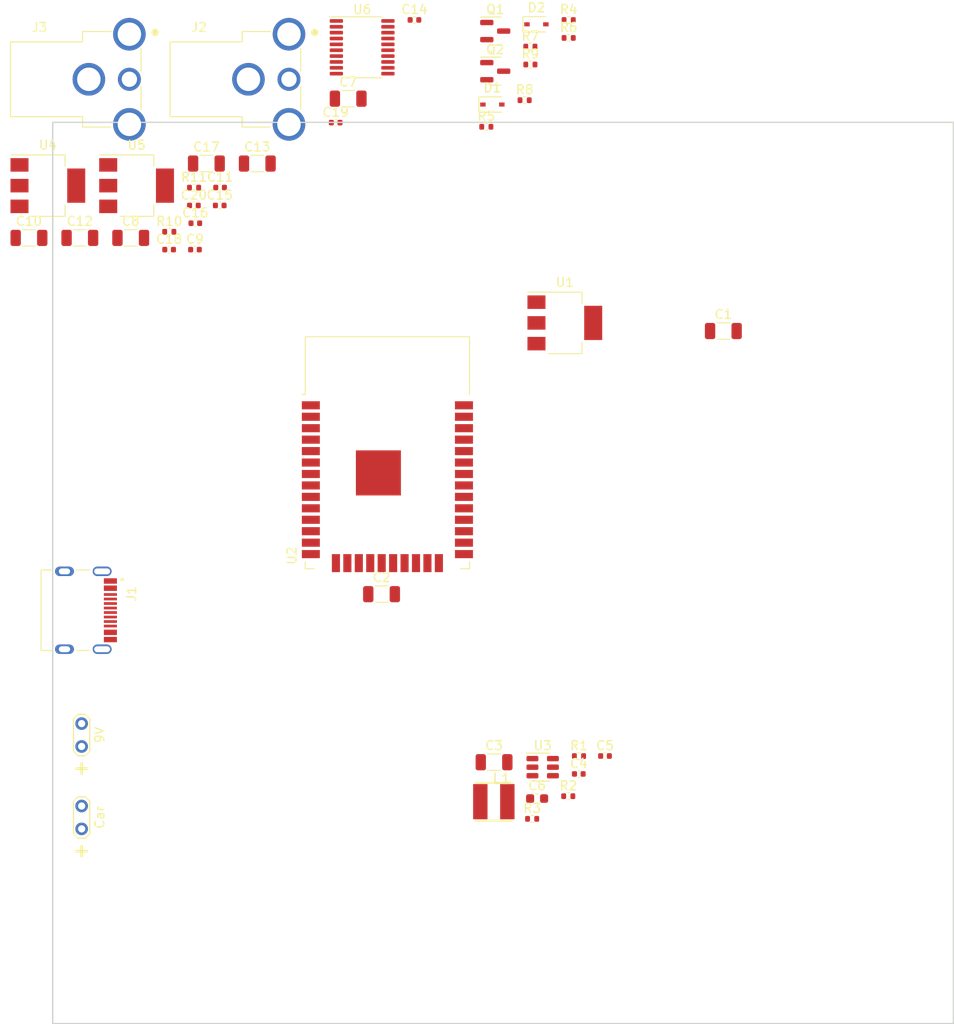
<source format=kicad_pcb>
(kicad_pcb (version 20211014) (generator pcbnew)
  (layers (0 "F.Cu" signal) (31 "B.Cu" signal) (34 "B.Paste" user) (35 "F.Paste" user) (36 "B.SilkS" user "B.Silkscreen") (37 "F.SilkS" user "F.Silkscreen") (38 "B.Mask" user) (39 "F.Mask" user) (44 "Edge.Cuts" user))
  (net 0 "")
  (net 1 "+5V")
  (net 2 "GND")
  (net 3 "+3V3")
  (net 4 "Net-(C5-Pad1)")
  (net 5 "Net-(C5-Pad2)")
  (net 6 "GNDA")
  (net 7 "Vin")
  (net 8 "/Audio/CPVDD")
  (net 9 "/Audio/AVDD")
  (net 10 "Net-(C15-Pad2)")
  (net 11 "Net-(C16-Pad2)")
  (net 12 "Net-(C17-Pad1)")
  (net 13 "Net-(C19-Pad2)")
  (net 14 "Net-(C20-Pad2)")
  (net 15 "/Audio/OUT_R")
  (net 16 "Net-(R1-Pad2)")
  (net 17 "Net-(D1-Pad1)")
  (net 18 "+12V")
  (net 19 "POWER_CONTROL")
  (net 20 "Net-(Q1-Pad3)")
  (net 21 "BATTERY_SENSE")
  (net 22 "SUPPLY_SENSE")
  (net 23 "Net-(R2-Pad1)")
  (net 24 "/Audio/OUT_L")
  (net 25 "Net-(U2-Pad1)")
  (net 50 "BCK")
  (net 51 "DATA")
  (net 52 "WS")
  (net 54 "Net-(J1-PadA1B12)")
  (net 55 "Net-(J1-PadA4B9)")
  (net 64 "Net-(J1-PadS1)")
  (net 75 "/Audio/AVVD")
  (net 78 "+BATT")
  (footprint "Capacitor_SMD:C_1206_3216Metric" (layer "F.Cu") (at 99 121)
    (fp_text reference "C3" (at 0 -1.85) (layer "F.SilkS"))
    (fp_text value "22u")
    (fp_line (start -0.711252 0.91) (end 0.711252 0.91) (layer "F.SilkS") (width 0.12))
    (fp_line (start -0.711252 -0.91) (end 0.711252 -0.91) (layer "F.SilkS") (width 0.12))
    (pad "1" smd roundrect (at -1.475 0) (size 1.15 1.8) (layers "F.Cu" "F.Paste" "F.Mask") (roundrect_rratio 0.217391) (net 7 "Vin"))
    (pad "2" smd roundrect (at 1.475 0) (size 1.15 1.8) (layers "F.Cu" "F.Paste" "F.Mask") (roundrect_rratio 0.217391) (net 2 "GND"))
  )
  (footprint "Resistor_SMD:R_0402_1005Metric" (layer "F.Cu") (at 107.24 124.77)
    (fp_text reference "R2" (at 0 -1.17) (layer "F.SilkS"))
    (fp_text value "24k")
    (fp_line (start -0.153641 -0.38) (end 0.153641 -0.38) (layer "F.SilkS") (width 0.12))
    (fp_line (start -0.153641 0.38) (end 0.153641 0.38) (layer "F.SilkS") (width 0.12))
    (pad "1" smd roundrect (at -0.51 0) (size 0.54 0.64) (layers "F.Cu" "F.Paste" "F.Mask") (net 23 "Net-(R2-Pad1)"))
    (pad "2" smd roundrect (at 0.51 0) (size 0.54 0.64) (layers "F.Cu" "F.Paste" "F.Mask") (net 2 "GND"))
  )
  (footprint "Capacitor_SMD:C_0603_1608Metric" (layer "F.Cu") (at 103.78 125.03)
    (fp_text reference "C6" (at 0 -1.43) (layer "F.SilkS"))
    (fp_text value "22uF")
    (fp_line (start -0.14058 -0.51) (end 0.14058 -0.51) (layer "F.SilkS") (width 0.12))
    (fp_line (start -0.14058 0.51) (end 0.14058 0.51) (layer "F.SilkS") (width 0.12))
    (pad "1" smd roundrect (at -0.775 0) (size 0.9 0.95) (layers "F.Cu" "F.Paste" "F.Mask") (net 1 "+5V"))
    (pad "2" smd roundrect (at 0.775 0) (size 0.9 0.95) (layers "F.Cu" "F.Paste" "F.Mask") (net 2 "GND"))
  )
  (footprint "Capacitor_SMD:C_0402_1005Metric" (layer "F.Cu") (at 68.584 57.231)
    (fp_text reference "C11" (at 0 -1.16) (layer "F.SilkS"))
    (fp_text value "100n")
    (fp_line (start -0.107836 -0.36) (end 0.107836 -0.36) (layer "F.SilkS") (width 0.12))
    (fp_line (start -0.107836 0.36) (end 0.107836 0.36) (layer "F.SilkS") (width 0.12))
    (pad "1" smd roundrect (at -0.48 0) (size 0.56 0.62) (layers "F.Cu" "F.Paste" "F.Mask") (net 3 "+3V3"))
    (pad "2" smd roundrect (at 0.48 0) (size 0.56 0.62) (layers "F.Cu" "F.Paste" "F.Mask") (net 2 "GND"))
  )
  (footprint "Package_TO_SOT_SMD:SOT-223-3_TabPin2" (layer "F.Cu") (at 59.314 57.021)
    (fp_text reference "U5" (at 0 -4.5) (layer "F.SilkS"))
    (fp_text value "AMS1117-3.3")
    (fp_line (start 1.91 3.41) (end 1.91 2.15) (layer "F.SilkS") (width 0.12))
    (fp_line (start 1.91 -3.41) (end 1.91 -2.15) (layer "F.SilkS") (width 0.12))
    (fp_line (start -4.1 -3.41) (end 1.91 -3.41) (layer "F.SilkS") (width 0.12))
    (fp_line (start -1.85 3.41) (end 1.91 3.41) (layer "F.SilkS") (width 0.12))
    (pad "1" smd rect (at -3.15 -2.3) (size 2 1.5) (layers "F.Cu" "F.Paste" "F.Mask") (net 2 "GND"))
    (pad "2" smd rect (at -3.15 0) (size 2 1.5) (layers "F.Cu" "F.Paste" "F.Mask") (net 8 "/Audio/CPVDD"))
    (pad "2" smd rect (at 3.15 0) (size 2 3.8) (layers "F.Cu" "F.Paste" "F.Mask") (net 8 "/Audio/CPVDD"))
    (pad "3" smd rect (at -3.15 2.3) (size 2 1.5) (layers "F.Cu" "F.Paste" "F.Mask") (net 1 "+5V"))
  )
  (footprint "Capacitor_SMD:C_1206_3216Metric" (layer "F.Cu") (at 67.064 54.571)
    (fp_text reference "C17" (at 0 -1.85) (layer "F.SilkS"))
    (fp_text value "10u")
    (fp_line (start -0.711252 0.91) (end 0.711252 0.91) (layer "F.SilkS") (width 0.12))
    (fp_line (start -0.711252 -0.91) (end 0.711252 -0.91) (layer "F.SilkS") (width 0.12))
    (pad "1" smd roundrect (at -1.475 0) (size 1.15 1.8) (layers "F.Cu" "F.Paste" "F.Mask") (roundrect_rratio 0.217391) (net 12 "Net-(C17-Pad1)"))
    (pad "2" smd roundrect (at 1.475 0) (size 1.15 1.8) (layers "F.Cu" "F.Paste" "F.Mask") (roundrect_rratio 0.217391) (net 2 "GND"))
  )
  (footprint "Capacitor_SMD:C_0402_1005Metric" (layer "F.Cu") (at 111.32 120.31)
    (fp_text reference "C5" (at 0 -1.16) (layer "F.SilkS"))
    (fp_text value "100n")
    (fp_line (start -0.107836 -0.36) (end 0.107836 -0.36) (layer "F.SilkS") (width 0.12))
    (fp_line (start -0.107836 0.36) (end 0.107836 0.36) (layer "F.SilkS") (width 0.12))
    (pad "1" smd roundrect (at -0.48 0) (size 0.56 0.62) (layers "F.Cu" "F.Paste" "F.Mask") (net 4 "Net-(C5-Pad1)"))
    (pad "2" smd roundrect (at 0.48 0) (size 0.56 0.62) (layers "F.Cu" "F.Paste" "F.Mask") (net 5 "Net-(C5-Pad2)"))
  )
  (footprint "TestPoint:TestPoint_2Pads_Pitch2.54mm_Drill0.8mm" (layer "F.Cu") (at 53.213 128.397 90)
    (fp_text reference "BT2" hide)
    (fp_text value "Car" (at 1.27 2 90) (layer "F.SilkS"))
    (fp_line (start -0.53 0.9) (end -1.03 0.4) (layer "F.SilkS") (width 0.15))
    (fp_line (start 3.07 -0.9) (end 3.57 -0.4) (layer "F.SilkS") (width 0.15))
    (fp_line (start -0.53 -0.9) (end 3.07 -0.9) (layer "F.SilkS") (width 0.15))
    (fp_line (start -1.03 0.4) (end -1.03 -0.4) (layer "F.SilkS") (width 0.15))
    (fp_line (start -1.03 -0.4) (end -0.53 -0.9) (layer "F.SilkS") (width 0.15))
    (fp_line (start 3.57 0.4) (end 3.07 0.9) (layer "F.SilkS") (width 0.15))
    (fp_line (start 3.57 -0.4) (end 3.57 0.4) (layer "F.SilkS") (width 0.15))
    (fp_line (start 3.07 0.9) (end -0.53 0.9) (layer "F.SilkS") (width 0.15))
    (pad "1" thru_hole circle (at 0 0 90) (size 1.4 1.4) (drill 0.8) (layers *.Cu *.Mask) (net 18 "+12V"))
    (pad "2" thru_hole circle (at 2.54 0 90) (size 1.4 1.4) (drill 0.8) (layers *.Cu *.Mask) (net 2 "GND"))
  )
  (footprint "Capacitor_SMD:C_0402_1005Metric" (layer "F.Cu") (at 65.794 64.121)
    (fp_text reference "C9" (at 0 -1.16) (layer "F.SilkS"))
    (fp_text value "100n")
    (fp_line (start -0.107836 -0.36) (end 0.107836 -0.36) (layer "F.SilkS") (width 0.12))
    (fp_line (start -0.107836 0.36) (end 0.107836 0.36) (layer "F.SilkS") (width 0.12))
    (pad "1" smd roundrect (at -0.48 0) (size 0.56 0.62) (layers "F.Cu" "F.Paste" "F.Mask") (net 6 "GNDA"))
    (pad "2" smd roundrect (at 0.48 0) (size 0.56 0.62) (layers "F.Cu" "F.Paste" "F.Mask") (net 8 "/Audio/CPVDD"))
  )
  (footprint "Capacitor_SMD:C_0402_1005Metric" (layer "F.Cu") (at 62.924 64.121)
    (fp_text reference "C18" (at 0 -1.16) (layer "F.SilkS"))
    (fp_text value "100n")
    (fp_line (start -0.107836 -0.36) (end 0.107836 -0.36) (layer "F.SilkS") (width 0.12))
    (fp_line (start -0.107836 0.36) (end 0.107836 0.36) (layer "F.SilkS") (width 0.12))
    (pad "1" smd roundrect (at -0.48 0) (size 0.56 0.62) (layers "F.Cu" "F.Paste" "F.Mask") (net 2 "GND"))
    (pad "2" smd roundrect (at 0.48 0) (size 0.56 0.62) (layers "F.Cu" "F.Paste" "F.Mask") (net 12 "Net-(C17-Pad1)"))
  )
  (footprint "Resistor_SMD:R_0402_1005Metric" (layer "F.Cu") (at 103.034 43.581)
    (fp_text reference "R9" (at 0 -1.17) (layer "F.SilkS"))
    (fp_text value "20k")
    (fp_line (start -0.153641 0.38) (end 0.153641 0.38) (layer "F.SilkS") (width 0.12))
    (fp_line (start -0.153641 -0.38) (end 0.153641 -0.38) (layer "F.SilkS") (width 0.12))
    (pad "1" smd roundrect (at -0.51 0) (size 0.54 0.64) (layers "F.Cu" "F.Paste" "F.Mask") (net 22 "SUPPLY_SENSE"))
    (pad "2" smd roundrect (at 0.51 0) (size 0.54 0.64) (layers "F.Cu" "F.Paste" "F.Mask") (net 2 "GND"))
  )
  (footprint "Package_TO_SOT_SMD:SOT-223-3_TabPin2" (layer "F.Cu") (at 49.464 57.021)
    (fp_text reference "U4" (at 0 -4.5) (layer "F.SilkS"))
    (fp_text value "AMS1117-3.3")
    (fp_line (start 1.91 -3.41) (end 1.91 -2.15) (layer "F.SilkS") (width 0.12))
    (fp_line (start -4.1 -3.41) (end 1.91 -3.41) (layer "F.SilkS") (width 0.12))
    (fp_line (start -1.85 3.41) (end 1.91 3.41) (layer "F.SilkS") (width 0.12))
    (fp_line (start 1.91 3.41) (end 1.91 2.15) (layer "F.SilkS") (width 0.12))
    (pad "1" smd rect (at -3.15 -2.3) (size 2 1.5) (layers "F.Cu" "F.Paste" "F.Mask") (net 2 "GND"))
    (pad "2" smd rect (at 3.15 0) (size 2 3.8) (layers "F.Cu" "F.Paste" "F.Mask") (net 75 "/Audio/AVVD"))
    (pad "2" smd rect (at -3.15 0) (size 2 1.5) (layers "F.Cu" "F.Paste" "F.Mask") (net 75 "/Audio/AVVD"))
    (pad "3" smd rect (at -3.15 2.3) (size 2 1.5) (layers "F.Cu" "F.Paste" "F.Mask") (net 1 "+5V"))
  )
  (footprint "Package_SO:TSSOP-20_4.4x6.5mm_P0.65mm" (layer "F.Cu") (at 84.354 41.671)
    (fp_text reference "U6" (at 0 -4.2) (layer "F.SilkS"))
    (fp_text value "PCM5102A")
    (fp_line (start 0 3.385) (end -2.2 3.385) (layer "F.SilkS") (width 0.12))
    (fp_line (start 0 -3.385) (end 2.2 -3.385) (layer "F.SilkS") (width 0.12))
    (fp_line (start 0 3.385) (end 2.2 3.385) (layer "F.SilkS") (width 0.12))
    (fp_line (start 0 -3.385) (end -3.6 -3.385) (layer "F.SilkS") (width 0.12))
    (pad "1" smd roundrect (at -2.8625 -2.925) (size 1.475 0.4) (layers "F.Cu" "F.Paste" "F.Mask") (net 8 "/Audio/CPVDD"))
    (pad "2" smd roundrect (at -2.8625 -2.275) (size 1.475 0.4) (layers "F.Cu" "F.Paste" "F.Mask") (net 6 "GNDA"))
    (pad "3" smd roundrect (at -2.8625 -1.625) (size 1.475 0.4) (layers "F.Cu" "F.Paste" "F.Mask") (net 6 "GNDA"))
    (pad "4" smd roundrect (at -2.8625 -0.975) (size 1.475 0.4) (layers "F.Cu" "F.Paste" "F.Mask") (net 11 "Net-(C16-Pad2)"))
    (pad "5" smd roundrect (at -2.8625 -0.325) (size 1.475 0.4) (layers "F.Cu" "F.Paste" "F.Mask") (net 10 "Net-(C15-Pad2)"))
    (pad "6" smd roundrect (at -2.8625 0.325) (size 1.475 0.4) (layers "F.Cu" "F.Paste" "F.Mask") (net 13 "Net-(C19-Pad2)"))
    (pad "7" smd roundrect (at -2.8625 0.975) (size 1.475 0.4) (layers "F.Cu" "F.Paste" "F.Mask") (net 14 "Net-(C20-Pad2)"))
    (pad "8" smd roundrect (at -2.8625 1.625) (size 1.475 0.4) (layers "F.Cu" "F.Paste" "F.Mask") (net 9 "/Audio/AVDD"))
    (pad "9" smd roundrect (at -2.8625 2.275) (size 1.475 0.4) (layers "F.Cu" "F.Paste" "F.Mask") (net 6 "GNDA"))
    (pad "10" smd roundrect (at -2.8625 2.925) (size 1.475 0.4) (layers "F.Cu" "F.Paste" "F.Mask") (net 2 "GND"))
    (pad "11" smd roundrect (at 2.8625 2.925) (size 1.475 0.4) (layers "F.Cu" "F.Paste" "F.Mask") (net 2 "GND"))
    (pad "12" smd roundrect (at 2.8625 2.275) (size 1.475 0.4) (layers "F.Cu" "F.Paste" "F.Mask"))
    (pad "13" smd roundrect (at 2.8625 1.625) (size 1.475 0.4) (layers "F.Cu" "F.Paste" "F.Mask") (net 50 "BCK"))
    (pad "14" smd roundrect (at 2.8625 0.975) (size 1.475 0.4) (layers "F.Cu" "F.Paste" "F.Mask") (net 51 "DATA"))
    (pad "15" smd roundrect (at 2.8625 0.325) (size 1.475 0.4) (layers "F.Cu" "F.Paste" "F.Mask") (net 52 "WS"))
    (pad "16" smd roundrect (at 2.8625 -0.325) (size 1.475 0.4) (layers "F.Cu" "F.Paste" "F.Mask") (net 2 "GND"))
    (pad "17" smd roundrect (at 2.8625 -0.975) (size 1.475 0.4) (layers "F.Cu" "F.Paste" "F.Mask"))
    (pad "18" smd roundrect (at 2.8625 -1.625) (size 1.475 0.4) (layers "F.Cu" "F.Paste" "F.Mask") (net 12 "Net-(C17-Pad1)"))
    (pad "19" smd roundrect (at 2.8625 -2.275) (size 1.475 0.4) (layers "F.Cu" "F.Paste" "F.Mask") (net 2 "GND"))
    (pad "20" smd roundrect (at 2.8625 -2.925) (size 1.475 0.4) (layers "F.Cu" "F.Paste" "F.Mask") (net 3 "+3V3"))
  )
  (footprint "Capacitor_SMD:C_0402_1005Metric" (layer "F.Cu") (at 65.834 61.191)
    (fp_text reference "C16" (at 0 -1.16) (layer "F.SilkS"))
    (fp_text value "2.2u")
    (fp_line (start -0.107836 0.36) (end 0.107836 0.36) (layer "F.SilkS") (width 0.12))
    (fp_line (start -0.107836 -0.36) (end 0.107836 -0.36) (layer "F.SilkS") (width 0.12))
    (pad "1" smd roundrect (at -0.48 0) (size 0.56 0.62) (layers "F.Cu" "F.Paste" "F.Mask") (net 6 "GNDA"))
    (pad "2" smd roundrect (at 0.48 0) (size 0.56 0.62) (layers "F.Cu" "F.Paste" "F.Mask") (net 11 "Net-(C16-Pad2)"))
  )
  (footprint "Capacitor_SMD:C_1206_3216Metric" (layer "F.Cu") (at 124.46 73.152)
    (fp_text reference "C1" (at 0 -1.85) (layer "F.SilkS"))
    (fp_text value "10u")
    (fp_line (start -0.711252 0.91) (end 0.711252 0.91) (layer "F.SilkS") (width 0.12))
    (fp_line (start -0.711252 -0.91) (end 0.711252 -0.91) (layer "F.SilkS") (width 0.12))
    (pad "1" smd roundrect (at -1.475 0) (size 1.15 1.8) (layers "F.Cu" "F.Paste" "F.Mask") (roundrect_rratio 0.217391) (net 1 "+5V"))
    (pad "2" smd roundrect (at 1.475 0) (size 1.15 1.8) (layers "F.Cu" "F.Paste" "F.Mask") (roundrect_rratio 0.217391) (net 2 "GND"))
  )
  (footprint "RF_Module:ESP32-WROOM-32" (layer "F.Cu") (at 87.16 89.652)
    (fp_text reference "U2" (at -10.61 8.43 90) (layer "F.SilkS"))
    (fp_text value "ESP32-WROOM-32E")
    (fp_line (start -9.12 -15.865) (end 9.12 -15.865) (layer "F.SilkS") (width 0.12))
    (fp_line (start 9.12 9.88) (end 8.12 9.88) (layer "F.SilkS") (width 0.12))
    (fp_line (start -9.12 9.1) (end -9.12 9.88) (layer "F.SilkS") (width 0.12))
    (fp_line (start -9.12 -9.445) (end -9.5 -9.445) (layer "F.SilkS") (width 0.12))
    (fp_line (start -9.12 -15.865) (end -9.12 -9.445) (layer "F.SilkS") (width 0.12))
    (fp_line (start 9.12 -15.865) (end 9.12 -9.445) (layer "F.SilkS") (width 0.12))
    (fp_line (start 9.12 9.1) (end 9.12 9.88) (layer "F.SilkS") (width 0.12))
    (fp_line (start -9.12 9.88) (end -8.12 9.88) (layer "F.SilkS") (width 0.12))
    (pad "1" smd rect (at -8.5 -8.255) (size 2 0.9) (layers "F.Cu" "F.Paste" "F.Mask") (net 25 "Net-(U2-Pad1)"))
    (pad "2" smd rect (at -8.5 -6.985) (size 2 0.9) (layers "F.Cu" "F.Paste" "F.Mask"))
    (pad "3" smd rect (at -8.5 -5.715) (size 2 0.9) (layers "F.Cu" "F.Paste" "F.Mask"))
    (pad "4" smd rect (at -8.5 -4.445) (size 2 0.9) (layers "F.Cu" "F.Paste" "F.Mask"))
    (pad "5" smd rect (at -8.5 -3.175) (size 2 0.9) (layers "F.Cu" "F.Paste" "F.Mask"))
    (pad "6" smd rect (at -8.5 -1.905) (size 2 0.9) (layers "F.Cu" "F.Paste" "F.Mask"))
    (pad "7" smd rect (at -8.5 -0.635) (size 2 0.9) (layers "F.Cu" "F.Paste" "F.Mask"))
    (pad "8" smd rect (at -8.5 0.635) (size 2 0.9) (layers "F.Cu" "F.Paste" "F.Mask"))
    (pad "9" smd rect (at -8.5 1.905) (size 2 0.9) (layers "F.Cu" "F.Paste" "F.Mask"))
    (pad "10" smd rect (at -8.5 3.175) (size 2 0.9) (layers "F.Cu" "F.Paste" "F.Mask"))
    (pad "11" smd rect (at -8.5 4.445) (size 2 0.9) (layers "F.Cu" "F.Paste" "F.Mask"))
    (pad "12" smd rect (at -8.5 5.715) (size 2 0.9) (layers "F.Cu" "F.Paste" "F.Mask"))
    (pad "13" smd rect (at -8.5 6.985) (size 2 0.9) (layers "F.Cu" "F.Paste" "F.Mask"))
    (pad "14" smd rect (at -8.5 8.255) (size 2 0.9) (layers "F.Cu" "F.Paste" "F.Mask"))
    (pad "15" smd rect (at -5.715 9.255 90) (size 2 0.9) (layers "F.Cu" "F.Paste" "F.Mask") (net 25 "Net-(U2-Pad1)"))
    (pad "16" smd rect (at -4.445 9.255 90) (size 2 0.9) (layers "F.Cu" "F.Paste" "F.Mask"))
    (pad "17" smd rect (at -3.175 9.255 90) (size 2 0.9) (layers "F.Cu" "F.Paste" "F.Mask"))
    (pad "18" smd rect (at -1.905 9.255 90) (size 2 0.9) (layers "F.Cu" "F.Paste" "F.Mask"))
    (pad "19" smd rect (at -0.635 9.255 90) (size 2 0.9) (layers "F.Cu" "F.Paste" "F.Mask"))
    (pad "20" smd rect (at 0.635 9.255 90) (size 2 0.9) (layers "F.Cu" "F.Paste" "F.Mask"))
    (pad "21" smd rect (at 1.905 9.255 90) (size 2 0.9) (layers "F.Cu" "F.Paste" "F.Mask"))
    (pad "22" smd rect (at 3.175 9.255 90) (size 2 0.9) (layers "F.Cu" "F.Paste" "F.Mask"))
    (pad "23" smd rect (at 4.445 9.255 90) (size 2 0.9) (layers "F.Cu" "F.Paste" "F.Mask"))
    (pad "24" smd rect (at 5.715 9.255 90) (size 2 0.9) (layers "F.Cu" "F.Paste" "F.Mask"))
    (pad "25" smd rect (at 8.5 8.255) (size 2 0.9) (layers "F.Cu" "F.Paste" "F.Mask"))
    (pad "26" smd rect (at 8.5 6.985) (size 2 0.9) (layers "F.Cu" "F.Paste" "F.Mask"))
    (pad "27" smd rect (at 8.5 5.715) (size 2 0.9) (layers "F.Cu" "F.Paste" "F.Mask"))
    (pad "28" smd rect (at 8.5 4.445) (size 2 0.9) (layers "F.Cu" "F.Paste" "F.Mask"))
    (pad "29" smd rect (at 8.5 3.175) (size 2 0.9) (layers "F.Cu" "F.Paste" "F.Mask"))
    (pad "30" smd rect (at 8.5 1.905) (size 2 0.9) (layers "F.Cu" "F.Paste" "F.Mask"))
    (pad "31" smd rect (at 8.5 0.635) (size 2 0.9) (layers "F.Cu" "F.Paste" "F.Mask"))
    (pad "32" smd rect (at 8.5 -0.635) (size 2 0.9) (layers "F.Cu" "F.Paste" "F.Mask"))
    (pad "33" smd rect (at 8.5 -1.905) (size 2 0.9) (layers "F.Cu" "F.Paste" "F.Mask"))
    (pad "34" smd rect (at 8.5 -3.175) (size 2 0.9) (layers "F.Cu" "F.Paste" "F.Mask"))
    (pad "35" smd rect (at 8.5 -4.445) (size 2 0.9) (layers "F.Cu" "F.Paste" "F.Mask"))
    (pad "36" smd rect (at 8.5 -5.715) (size 2 0.9) (layers "F.Cu" "F.Paste" "F.Mask"))
    (pad "37" smd rect (at 8.5 -6.985) (size 2 0.9) (layers "F.Cu" "F.Paste" "F.Mask"))
    (pad "38" smd rect (at 8.5 -8.255) (size 2 0.9) (layers "F.Cu" "F.Paste" "F.Mask") (net 25 "Net-(U2-Pad1)"))
    (pad "39" smd rect (at -1 -0.755) (size 5 5) (layers "F.Cu" "F.Paste" "F.Mask") (net 25 "Net-(U2-Pad1)"))
  )
  (footprint "Capacitor_SMD:C_1206_3216Metric" (layer "F.Cu") (at 58.664 62.821)
    (fp_text reference "C8" (at 0 -1.85) (layer "F.SilkS"))
    (fp_text value "10u")
    (fp_line (start -0.711252 -0.91) (end 0.711252 -0.91) (layer "F.SilkS") (width 0.12))
    (fp_line (start -0.711252 0.91) (end 0.711252 0.91) (layer "F.SilkS") (width 0.12))
    (pad "1" smd roundrect (at -1.475 0) (size 1.15 1.8) (layers "F.Cu" "F.Paste" "F.Mask") (roundrect_rratio 0.217391) (net 1 "+5V"))
    (pad "2" smd roundrect (at 1.475 0) (size 1.15 1.8) (layers "F.Cu" "F.Paste" "F.Mask") (roundrect_rratio 0.217391) (net 2 "GND"))
  )
  (footprint "Capacitor_SMD:C_1206_3216Metric" (layer "F.Cu") (at 47.364 62.821)
    (fp_text reference "C10" (at 0 -1.85) (layer "F.SilkS"))
    (fp_text value "10u")
    (fp_line (start -0.711252 -0.91) (end 0.711252 -0.91) (layer "F.SilkS") (width 0.12))
    (fp_line (start -0.711252 0.91) (end 0.711252 0.91) (layer "F.SilkS") (width 0.12))
    (pad "1" smd roundrect (at -1.475 0) (size 1.15 1.8) (layers "F.Cu" "F.Paste" "F.Mask") (roundrect_rratio 0.217391) (net 8 "/Audio/CPVDD"))
    (pad "2" smd roundrect (at 1.475 0) (size 1.15 1.8) (layers "F.Cu" "F.Paste" "F.Mask") (roundrect_rratio 0.217391) (net 6 "GNDA"))
  )
  (footprint "Package_TO_SOT_SMD:SOT-23-6" (layer "F.Cu") (at 104.4 121.55)
    (fp_text reference "U3" (at 0 -2.4) (layer "F.SilkS"))
    (fp_text value "TP6841S6-A")
    (fp_line (start 0 1.56) (end 0.8 1.56) (layer "F.SilkS") (width 0.12))
    (fp_line (start 0 -1.56) (end -1.8 -1.56) (layer "F.SilkS") (width 0.12))
    (fp_line (start 0 1.56) (end -0.8 1.56) (layer "F.SilkS") (width 0.12))
    (fp_line (start 0 -1.56) (end 0.8 -1.56) (layer "F.SilkS") (width 0.12))
    (pad "1" smd roundrect (at -1.1375 -0.95) (size 1.325 0.6) (layers "F.Cu" "F.Paste" "F.Mask") (net 4 "Net-(C5-Pad1)"))
    (pad "2" smd roundrect (at -1.1375 0) (size 1.325 0.6) (layers "F.Cu" "F.Paste" "F.Mask") (net 2 "GND"))
    (pad "3" smd roundrect (at -1.1375 0.95) (size 1.325 0.6) (layers "F.Cu" "F.Paste" "F.Mask") (net 23 "Net-(R2-Pad1)"))
    (pad "4" smd roundrect (at 1.1375 0.95) (size 1.325 0.6) (layers "F.Cu" "F.Paste" "F.Mask") (net 16 "Net-(R1-Pad2)"))
    (pad "5" smd roundrect (at 1.1375 0) (size 1.325 0.6) (layers "F.Cu" "F.Paste" "F.Mask") (net 7 "Vin"))
    (pad "6" smd roundrect (at 1.1375 -0.95) (size 1.325 0.6) (layers "F.Cu" "F.Paste" "F.Mask") (net 5 "Net-(C5-Pad2)"))
  )
  (footprint "Resistor_SMD:R_0402_1005Metric" (layer "F.Cu") (at 108.43 120.32)
    (fp_text reference "R1" (at 0 -1.17) (layer "F.SilkS"))
    (fp_text value "100k")
    (fp_line (start -0.153641 -0.38) (end 0.153641 -0.38) (layer "F.SilkS") (width 0.12))
    (fp_line (start -0.153641 0.38) (end 0.153641 0.38) (layer "F.SilkS") (width 0.12))
    (pad "1" smd roundrect (at -0.51 0) (size 0.54 0.64) (layers "F.Cu" "F.Paste" "F.Mask") (net 7 "Vin"))
    (pad "2" smd roundrect (at 0.51 0) (size 0.54 0.64) (layers "F.Cu" "F.Paste" "F.Mask") (net 16 "Net-(R1-Pad2)"))
  )
  (footprint "Resistor_SMD:R_0402_1005Metric" (layer "F.Cu") (at 102.394 47.541)
    (fp_text reference "R8" (at 0 -1.17) (layer "F.SilkS"))
    (fp_text value "68k")
    (fp_line (start -0.153641 -0.38) (end 0.153641 -0.38) (layer "F.SilkS") (width 0.12))
    (fp_line (start -0.153641 0.38) (end 0.153641 0.38) (layer "F.SilkS") (width 0.12))
    (pad "1" smd roundrect (at -0.51 0) (size 0.54 0.64) (layers "F.Cu" "F.Paste" "F.Mask") (net 18 "+12V"))
    (pad "2" smd roundrect (at 0.51 0) (size 0.54 0.64) (layers "F.Cu" "F.Paste" "F.Mask") (net 22 "SUPPLY_SENSE"))
  )
  (footprint "Capacitor_SMD:C_1206_3216Metric" (layer "F.Cu") (at 72.714 54.571)
    (fp_text reference "C13" (at 0 -1.85) (layer "F.SilkS"))
    (fp_text value "10u")
    (fp_line (start -0.711252 0.91) (end 0.711252 0.91) (layer "F.SilkS") (width 0.12))
    (fp_line (start -0.711252 -0.91) (end 0.711252 -0.91) (layer "F.SilkS") (width 0.12))
    (pad "1" smd roundrect (at -1.475 0) (size 1.15 1.8) (layers "F.Cu" "F.Paste" "F.Mask") (roundrect_rratio 0.217391) (net 9 "/Audio/AVDD"))
    (pad "2" smd roundrect (at 1.475 0) (size 1.15 1.8) (layers "F.Cu" "F.Paste" "F.Mask") (roundrect_rratio 0.217391) (net 6 "GNDA"))
  )
  (footprint "Package_TO_SOT_SMD:SOT-23" (layer "F.Cu") (at 99.134 39.871)
    (fp_text reference "Q1" (at 0 -2.4) (layer "F.SilkS"))
    (fp_text value "AO3400A")
    (fp_line (start 0 1.56) (end 0.65 1.56) (layer "F.SilkS") (width 0.12))
    (fp_line (start 0 -1.56) (end -1.675 -1.56) (layer "F.SilkS") (width 0.12))
    (fp_line (start 0 -1.56) (end 0.65 -1.56) (layer "F.SilkS") (width 0.12))
    (fp_line (start 0 1.56) (end -0.65 1.56) (layer "F.SilkS") (width 0.12))
    (pad "1" smd roundrect (at -0.9375 -0.95) (size 1.475 0.6) (layers "F.Cu" "F.Paste" "F.Mask") (net 19 "POWER_CONTROL"))
    (pad "2" smd roundrect (at -0.9375 0.95) (size 1.475 0.6) (layers "F.Cu" "F.Paste" "F.Mask") (net 2 "GND"))
    (pad "3" smd roundrect (at 0.9375 0) (size 1.475 0.6) (layers "F.Cu" "F.Paste" "F.Mask") (net 20 "Net-(Q1-Pad3)"))
  )
  (footprint "Package_TO_SOT_SMD:SOT-23" (layer "F.Cu") (at 99.134 44.321)
    (fp_text reference "Q2" (at 0 -2.4) (layer "F.SilkS"))
    (fp_text value "AO3401A")
    (fp_line (start 0 1.56) (end 0.65 1.56) (layer "F.SilkS") (width 0.12))
    (fp_line (start 0 -1.56) (end -1.675 -1.56) (layer "F.SilkS") (width 0.12))
    (fp_line (start 0 1.56) (end -0.65 1.56) (layer "F.SilkS") (width 0.12))
    (fp_line (start 0 -1.56) (end 0.65 -1.56) (layer "F.SilkS") (width 0.12))
    (pad "1" smd roundrect (at -0.9375 -0.95) (size 1.475 0.6) (layers "F.Cu" "F.Paste" "F.Mask") (net 20 "Net-(Q1-Pad3)"))
    (pad "2" smd roundrect (at -0.9375 0.95) (size 1.475 0.6) (layers "F.Cu" "F.Paste" "F.Mask") (net 7 "Vin"))
    (pad "3" smd roundrect (at 0.9375 0) (size 1.475 0.6) (layers "F.Cu" "F.Paste" "F.Mask") (net 17 "Net-(D1-Pad1)"))
  )
  (footprint "Diode_SMD:D_SOD-323" (layer "F.Cu") (at 98.814 48.021)
    (fp_text reference "D1" (at 0 -1.85) (layer "F.SilkS"))
    (fp_text value "1N5819WS")
    (fp_line (start -1.5 -0.85) (end -1.5 0.85) (layer "F.SilkS") (width 0.12))
    (fp_line (start -1.5 0.85) (end 1.05 0.85) (layer "F.SilkS") (width 0.12))
    (fp_line (start -1.5 -0.85) (end 1.05 -0.85) (layer "F.SilkS") (width 0.12))
    (pad "1" smd rect (at -1.05 0) (size 0.6 0.45) (layers "F.Cu" "F.Paste" "F.Mask") (net 17 "Net-(D1-Pad1)"))
    (pad "2" smd rect (at 1.05 0) (size 0.6 0.45) (layers "F.Cu" "F.Paste" "F.Mask") (net 78 "+BATT"))
  )
  (footprint "Capacitor_SMD:C_1206_3216Metric" (layer "F.Cu") (at 86.51 102.352)
    (fp_text reference "C2" (at 0 -1.85) (layer "F.SilkS"))
    (fp_text value "10u")
    (fp_line (start -0.711252 0.91) (end 0.711252 0.91) (layer "F.SilkS") (width 0.12))
    (fp_line (start -0.711252 -0.91) (end 0.711252 -0.91) (layer "F.SilkS") (width 0.12))
    (pad "1" smd roundrect (at -1.475 0) (size 1.15 1.8) (layers "F.Cu" "F.Paste" "F.Mask") (roundrect_rratio 0.217391) (net 3 "+3V3"))
    (pad "2" smd roundrect (at 1.475 0) (size 1.15 1.8) (layers "F.Cu" "F.Paste" "F.Mask") (roundrect_rratio 0.217391) (net 2 "GND"))
  )
  (footprint "Resistor_SMD:R_0402_1005Metric" (layer "F.Cu") (at 107.284 38.641)
    (fp_text reference "R4" (at 0 -1.17) (layer "F.SilkS"))
    (fp_text value "100k")
    (fp_line (start -0.153641 0.38) (end 0.153641 0.38) (layer "F.SilkS") (width 0.12))
    (fp_line (start -0.153641 -0.38) (end 0.153641 -0.38) (layer "F.SilkS") (width 0.12))
    (pad "1" smd roundrect (at -0.51 0) (size 0.54 0.64) (layers "F.Cu" "F.Paste" "F.Mask") (net 19 "POWER_CONTROL"))
    (pad "2" smd roundrect (at 0.51 0) (size 0.54 0.64) (layers "F.Cu" "F.Paste" "F.Mask") (net 2 "GND"))
  )
  (footprint "custom:IND-SMD_L4.0-W4.0_FNR40XXS" (layer "F.Cu") (at 98.975 125.3765)
    (fp_text reference "L1" (at -0.241 -2.54) (layer "F.SilkS") (effects (font (size 1.143 1.143) (thickness 0.152)) (justify left)))
    (fp_text value "75u" hide)
    (fp_line (start -2 -2.1) (end 2 -2.1) (layer "F.SilkS") (width 0.203))
    (fp_line (start -2 2.1) (end 2 2.1) (layer "F.SilkS") (width 0.203))
    (pad "1" smd rect (at -1.5 0) (size 1.6 3.9) (layers "F.Cu" "F.Paste" "F.Mask") (net 5 "Net-(C5-Pad2)"))
    (pad "2" smd rect (at 1.5 0) (size 1.6 3.9) (layers "F.Cu" "F.Paste" "F.Mask") (net 1 "+5V"))
  )
  (footprint "Capacitor_SMD:C_0402_1005Metric" (layer "F.Cu") (at 90.164 38.631)
    (fp_text reference "C14" (at 0 -1.16) (layer "F.SilkS"))
    (fp_text value "100n")
    (fp_line (start -0.107836 0.36) (end 0.107836 0.36) (layer "F.SilkS") (width 0.12))
    (fp_line (start -0.107836 -0.36) (end 0.107836 -0.36) (layer "F.SilkS") (width 0.12))
    (pad "1" smd roundrect (at -0.48 0) (size 0.56 0.62) (layers "F.Cu" "F.Paste" "F.Mask") (net 6 "GNDA"))
    (pad "2" smd roundrect (at 0.48 0) (size 0.56 0.62) (layers "F.Cu" "F.Paste" "F.Mask") (net 9 "/Audio/AVDD"))
  )
  (footprint "Resistor_SMD:R_0402_1005Metric" (layer "F.Cu") (at 65.694 57.241)
    (fp_text reference "R11" (at 0 -1.17) (layer "F.SilkS"))
    (fp_text value "470")
    (fp_line (start -0.153641 0.38) (end 0.153641 0.38) (layer "F.SilkS") (width 0.12))
    (fp_line (start -0.153641 -0.38) (end 0.153641 -0.38) (layer "F.SilkS") (width 0.12))
    (pad "1" smd roundrect (at -0.51 0) (size 0.54 0.64) (layers "F.Cu" "F.Paste" "F.Mask") (net 14 "Net-(C20-Pad2)"))
    (pad "2" smd roundrect (at 0.51 0) (size 0.54 0.64) (layers "F.Cu" "F.Paste" "F.Mask") (net 15 "/Audio/OUT_R"))
  )
  (footprint "Diode_SMD:D_SOD-323" (layer "F.Cu") (at 103.704 39.121)
    (fp_text reference "D2" (at 0 -1.85) (layer "F.SilkS"))
    (fp_text value "1N5819WS")
    (fp_line (start -1.5 0.85) (end 1.05 0.85) (layer "F.SilkS") (width 0.12))
    (fp_line (start -1.5 -0.85) (end -1.5 0.85) (layer "F.SilkS") (width 0.12))
    (fp_line (start -1.5 -0.85) (end 1.05 -0.85) (layer "F.SilkS") (width 0.12))
    (pad "1" smd rect (at -1.05 0) (size 0.6 0.45) (layers "F.Cu" "F.Paste" "F.Mask") (net 7 "Vin"))
    (pad "2" smd rect (at 1.05 0) (size 0.6 0.45) (layers "F.Cu" "F.Paste" "F.Mask") (net 18 "+12V"))
  )
  (footprint "TestPoint:TestPoint_2Pads_Pitch2.54mm_Drill0.8mm" (layer "F.Cu") (at 53.213 119.253 90)
    (fp_text reference "BT1" hide)
    (fp_text value "9V" (at 1.27 2 90) (layer "F.SilkS"))
    (fp_line (start 3.57 0.4) (end 3.07 0.9) (layer "F.SilkS") (width 0.15))
    (fp_line (start 3.57 -0.4) (end 3.57 0.4) (layer "F.SilkS") (width 0.15))
    (fp_line (start -1.03 0.4) (end -1.03 -0.4) (layer "F.SilkS") (width 0.15))
    (fp_line (start 3.07 -0.9) (end 3.57 -0.4) (layer "F.SilkS") (width 0.15))
    (fp_line (start -0.53 -0.9) (end 3.07 -0.9) (layer "F.SilkS") (width 0.15))
    (fp_line (start -0.53 0.9) (end -1.03 0.4) (layer "F.SilkS") (width 0.15))
    (fp_line (start 3.07 0.9) (end -0.53 0.9) (layer "F.SilkS") (width 0.15))
    (fp_line (start -1.03 -0.4) (end -0.53 -0.9) (layer "F.SilkS") (width 0.15))
    (pad "1" thru_hole circle (at 0 0 90) (size 1.4 1.4) (drill 0.8) (layers *.Cu *.Mask) (net 78 "+BATT"))
    (pad "2" thru_hole circle (at 2.54 0 90) (size 1.4 1.4) (drill 0.8) (layers *.Cu *.Mask) (net 2 "GND"))
  )
  (footprint "RCJ-013:CUI_RCJ-013" (layer "F.Cu") (at 52.564 45.221)
    (fp_text reference "J3" (at -4.03065 -5.76308) (layer "F.SilkS") (effects (font (size 1.001402 1.001402))))
    (fp_text value "Right")
    (fp_line (start 0.75 5.3) (end 3.85 5.3) (layer "F.SilkS") (width 0.127))
    (fp_line (start 7.25 3.35) (end 7.25 0.8) (layer "F.SilkS") (width 0.127))
    (fp_line (start 0.75 4.15) (end 0.75 5.3) (layer "F.SilkS") (width 0.127))
    (fp_line (start 7.25 -0.9) (end 7.25 -3.4) (layer "F.SilkS") (width 0.127))
    (fp_line (start -7.25 -4.15) (end -7.25 4.15) (layer "F.SilkS") (width 0.127))
    (fp_line (start 0.75 -4.15) (end -7.25 -4.15) (layer "F.SilkS") (width 0.127))
    (fp_line (start 0.75 -5.3) (end 0.75 -4.15) (layer "F.SilkS") (width 0.127))
    (fp_line (start 3.95 -5.3) (end 0.75 -5.3) (layer "F.SilkS") (width 0.127))
    (fp_line (start -7.25 4.15) (end 0.75 4.15) (layer "F.SilkS") (width 0.127))
    (fp_circle (center 8.8 -5.2) (end 9 -5.2) (layer "F.SilkS") (width 0.4) (fill none))
    (pad "1A" thru_hole circle locked (at 5.95 -5) (size 3.616 3.616) (drill 2.6) (layers *.Cu *.Mask) (net 6 "GNDA"))
    (pad "1B" thru_hole circle locked (at 5.95 5) (size 3.616 3.616) (drill 2.6) (layers *.Cu *.Mask) (net 6 "GNDA"))
    (pad "1C" thru_hole circle locked (at 1.45 0) (size 3.616 3.616) (drill 2.6) (layers *.Cu *.Mask) (net 6 "GNDA"))
    (pad "2" thru_hole circle locked (at 5.95 0) (size 2.55 2.55) (drill 1.7) (layers *.Cu *.Mask) (net 15 "/Audio/OUT_R"))
  )
  (footprint "Package_TO_SOT_SMD:SOT-223-3_TabPin2" (layer "F.Cu") (at 106.86 72.252)
    (fp_text reference "U1" (at 0 -4.5) (layer "F.SilkS"))
    (fp_text value "AMS1117-3.3")
    (fp_line (start 1.91 3.41) (end 1.91 2.15) (layer "F.SilkS") (width 0.12))
    (fp_line (start 1.91 -3.41) (end 1.91 -2.15) (layer "F.SilkS") (width 0.12))
    (fp_line (start -1.85 3.41) (end 1.91 3.41) (layer "F.SilkS") (width 0.12))
    (fp_line (start -4.1 -3.41) (end 1.91 -3.41) (layer "F.SilkS") (width 0.12))
    (pad "1" smd rect (at -3.15 -2.3) (size 2 1.5) (layers "F.Cu" "F.Paste" "F.Mask") (net 2 "GND"))
    (pad "2" smd rect (at 3.15 0) (size 2 3.8) (layers "F.Cu" "F.Paste" "F.Mask") (net 3 "+3V3"))
    (pad "2" smd rect (at -3.15 0) (size 2 1.5) (layers "F.Cu" "F.Paste" "F.Mask") (net 3 "+3V3"))
    (pad "3" smd rect (at -3.15 2.3) (size 2 1.5) (layers "F.Cu" "F.Paste" "F.Mask") (net 1 "+5V"))
  )
  (footprint "Capacitor_SMD:C_1206_3216Metric" (layer "F.Cu") (at 53.014 62.821)
    (fp_text reference "C12" (at 0 -1.85) (layer "F.SilkS"))
    (fp_text value "10u")
    (fp_line (start -0.711252 0.91) (end 0.711252 0.91) (layer "F.SilkS") (width 0.12))
    (fp_line (start -0.711252 -0.91) (end 0.711252 -0.91) (layer "F.SilkS") (width 0.12))
    (pad "1" smd roundrect (at -1.475 0) (size 1.15 1.8) (layers "F.Cu" "F.Paste" "F.Mask") (roundrect_rratio 0.217391) (net 3 "+3V3"))
    (pad "2" smd roundrect (at 1.475 0) (size 1.15 1.8) (layers "F.Cu" "F.Paste" "F.Mask") (roundrect_rratio 0.217391) (net 2 "GND"))
  )
  (footprint "Resistor_SMD:R_0402_1005Metric" (layer "F.Cu") (at 107.284 40.631)
    (fp_text reference "R6" (at 0 -1.17) (layer "F.SilkS"))
    (fp_text value "20k")
    (fp_line (start -0.153641 -0.38) (end 0.153641 -0.38) (layer "F.SilkS") (width 0.12))
    (fp_line (start -0.153641 0.38) (end 0.153641 0.38) (layer "F.SilkS") (width 0.12))
    (pad "1" smd roundrect (at -0.51 0) (size 0.54 0.64) (layers "F.Cu" "F.Paste" "F.Mask") (net 78 "+BATT"))
    (pad "2" smd roundrect (at 0.51 0) (size 0.54 0.64) (layers "F.Cu" "F.Paste" "F.Mask") (net 21 "BATTERY_SENSE"))
  )
  (footprint "Capacitor_SMD:C_0402_1005Metric" (layer "F.Cu") (at 81.414 50.031)
    (fp_text reference "C19" (at 0 -1.16) (layer "F.SilkS"))
    (fp_text value "2.2n")
    (fp_line (start -0.107836 -0.36) (end 0.107836 -0.36) (layer "F.SilkS") (width 0.12))
    (fp_line (start -0.107836 0.36) (end 0.107836 0.36) (layer "F.SilkS") (width 0.12))
    (pad "1" smd roundrect (at -0.48 0) (size 0.56 0.62) (layers "F.Cu" "F.Paste" "F.Mask") (net 6 "GNDA"))
    (pad "2" smd roundrect (at 0.48 0) (size 0.56 0.62) (layers "F.Cu" "F.Paste" "F.Mask") (net 13 "Net-(C19-Pad2)"))
  )
  (footprint "Resistor_SMD:R_0402_1005Metric" (layer "F.Cu") (at 98.144 50.491)
    (fp_text reference "R5" (at 0 -1.17) (layer "F.SilkS"))
    (fp_text value "100k")
    (fp_line (start -0.153641 0.38) (end 0.153641 0.38) (layer "F.SilkS") (width 0.12))
    (fp_line (start -0.153641 -0.38) (end 0.153641 -0.38) (layer "F.SilkS") (width 0.12))
    (pad "1" smd roundrect (at -0.51 0) (size 0.54 0.64) (layers "F.Cu" "F.Paste" "F.Mask") (net 17 "Net-(D1-Pad1)"))
    (pad "2" smd roundrect (at 0.51 0) (size 0.54 0.64) (layers "F.Cu" "F.Paste" "F.Mask") (net 20 "Net-(Q1-Pad3)"))
  )
  (footprint "Resistor_SMD:R_0402_1005Metric" (layer "F.Cu") (at 103.23 127.28)
    (fp_text reference "R3" (at 0 -1.17) (layer "F.SilkS"))
    (fp_text value "120k")
    (fp_line (start -0.153641 -0.38) (end 0.153641 -0.38) (layer "F.SilkS") (width 0.12))
    (fp_line (start -0.153641 0.38) (end 0.153641 0.38) (layer "F.SilkS") (width 0.12))
    (pad "1" smd roundrect (at -0.51 0) (size 0.54 0.64) (layers "F.Cu" "F.Paste" "F.Mask") (net 23 "Net-(R2-Pad1)"))
    (pad "2" smd roundrect (at 0.51 0) (size 0.54 0.64) (layers "F.Cu" "F.Paste" "F.Mask") (net 1 "+5V"))
  )
  (footprint "Capacitor_SMD:C_0402_1005Metric" (layer "F.Cu") (at 65.674 59.221)
    (fp_text reference "C20" (at 0 -1.16) (layer "F.SilkS"))
    (fp_text value "2.2n")
    (fp_line (start -0.107836 0.36) (end 0.107836 0.36) (layer "F.SilkS") (width 0.12))
    (fp_line (start -0.107836 -0.36) (end 0.107836 -0.36) (layer "F.SilkS") (width 0.12))
    (pad "1" smd roundrect (at -0.48 0) (size 0.56 0.62) (layers "F.Cu" "F.Paste" "F.Mask") (net 6 "GNDA"))
    (pad "2" smd roundrect (at 0.48 0) (size 0.56 0.62) (layers "F.Cu" "F.Paste" "F.Mask") (net 14 "Net-(C20-Pad2)"))
  )
  (footprint "Capacitor_SMD:C_0402_1005Metric" (layer "F.Cu") (at 108.41 122.3)
    (fp_text reference "C4" (at 0 -1.16) (layer "F.SilkS"))
    (fp_text value "100n")
    (fp_line (start -0.107836 -0.36) (end 0.107836 -0.36) (layer "F.SilkS") (width 0.12))
    (fp_line (start -0.107836 0.36) (end 0.107836 0.36) (layer "F.SilkS") (width 0.12))
    (pad "1" smd roundrect (at -0.48 0) (size 0.56 0.62) (layers "F.Cu" "F.Paste" "F.Mask") (net 2 "GND"))
    (pad "2" smd roundrect (at 0.48 0) (size 0.56 0.62) (layers "F.Cu" "F.Paste" "F.Mask") (net 7 "Vin"))
  )
  (footprint "Resistor_SMD:R_0402_1005Metric" (layer "F.Cu") (at 103.034 41.591)
    (fp_text reference "R7" (at 0 -1.17) (layer "F.SilkS"))
    (fp_text value "10k")
    (fp_line (start -0.153641 0.38) (end 0.153641 0.38) (layer "F.SilkS") (width 0.12))
    (fp_line (start -0.153641 -0.38) (end 0.153641 -0.38) (layer "F.SilkS") (width 0.12))
    (pad "1" smd roundrect (at -0.51 0) (size 0.54 0.64) (layers "F.Cu" "F.Paste" "F.Mask") (net 21 "BATTERY_SENSE"))
    (pad "2" smd roundrect (at 0.51 0) (size 0.54 0.64) (layers "F.Cu" "F.Paste" "F.Mask") (net 2 "GND"))
  )
  (footprint "Capacitor_SMD:C_1206_3216Metric" (layer "F.Cu") (at 82.804 47.371)
    (fp_text reference "C7" (at 0 -1.85) (layer "F.SilkS"))
    (fp_text value "10u")
    (fp_line (start -0.711252 -0.91) (end 0.711252 -0.91) (layer "F.SilkS") (width 0.12))
    (fp_line (start -0.711252 0.91) (end 0.711252 0.91) (layer "F.SilkS") (width 0.12))
    (pad "1" smd roundrect (at -1.475 0) (size 1.15 1.8) (layers "F.Cu" "F.Paste" "F.Mask") (roundrect_rratio 0.217391) (net 1 "+5V"))
    (pad "2" smd roundrect (at 1.475 0) (size 1.15 1.8) (layers "F.Cu" "F.Paste" "F.Mask") (roundrect_rratio 0.217391) (net 2 "GND"))
  )
  (footprint "31-M-12:HRO_TYPE-C-31-M-12" (layer "F.Cu") (at 51.308 104.14 -90)
    (fp_text reference "J1" (at -1.825 -7.435 90) (layer "F.SilkS"))
    (fp_text value "USB-C")
    (fp_line (start 4.47 -2.81) (end 4.47 -1.37) (layer "F.SilkS") (width 0.127))
    (fp_line (start 4.47 2.6) (end -4.47 2.6) (layer "F.SilkS") (width 0.127))
    (fp_line (start 4.47 1.37) (end 4.47 2.6) (layer "F.SilkS") (width 0.127))
    (fp_line (start -4.47 2.6) (end -4.47 1.37) (layer "F.SilkS") (width 0.127))
    (fp_line (start -4.47 -2.81) (end -4.47 -1.37) (layer "F.SilkS") (width 0.127))
    (fp_circle (center -3.4 -6.4) (end -3.3 -6.4) (layer "F.SilkS") (width 0.2) (fill none))
    (pad "" np_thru_hole circle locked (at -2.89 -3.65 270) (size 0.7 0.7) (drill 0.7) (layers *.Cu *.Mask))
    (pad "" np_thru_hole circle locked (at 2.89 -3.65 270) (size 0.7 0.7) (drill 0.7) (layers *.Cu *.Mask))
    (pad "A1B12" smd rect locked (at -3.25 -5.095 270) (size 0.6 1.45) (layers "F.Cu" "F.Paste" "F.Mask") (net 54 "Net-(J1-PadA1B12)"))
    (pad "A4B9" smd rect locked (at -2.45 -5.095 270) (size 0.6 1.45) (layers "F.Cu" "F.Paste" "F.Mask") (net 55 "Net-(J1-PadA4B9)"))
    (pad "A5" smd rect locked (at -1.25 -5.095 270) (size 0.3 1.45) (layers "F.Cu" "F.Paste" "F.Mask"))
    (pad "A6" smd rect locked (at -0.25 -5.095 270) (size 0.3 1.45) (layers "F.Cu" "F.Paste" "F.Mask"))
    (pad "A7" smd rect locked (at 0.25 -5.095 270) (size 0.3 1.45) (layers "F.Cu" "F.Paste" "F.Mask"))
    (pad "A8" smd rect locked (at 1.25 -5.095 270) (size 0.3 1.45) (layers "F.Cu" "F.Paste" "F.Mask"))
    (pad "B1A12" smd rect locked (at 3.25 -5.095 270) (size 0.6 1.45) (layers "F.Cu" "F.Paste" "F.Mask") (net 54 "Net-(J1-PadA1B12)"))
    (pad "B4A9" smd rect locked (at 2.45 -5.095 270) (size 0.6 1.45) (layers "F.Cu" "F.Paste" "F.Mask") (net 55 "Net-(J1-PadA4B9)"))
    (pad "B5" smd rect locked (at 1.75 -5.095 270) (size 0.3 1.45) (layers "F.Cu" "F.Paste" "F.Mask"))
    (pad "B6" smd rect locked (at 0.75 -5.095 270) (size 0.3 1.45) (layers "F.Cu" "F.Paste" "F.Mask"))
    (pad "B7" smd rect locked (at -0.75 -5.095 270) (size 0.3 1.45) (layers "F.Cu" "F.Paste" "F.Mask"))
    (pad "B8" smd rect locked (at -1.75 -5.095 270) (size 0.3 1.45) (layers "F.Cu" "F.Paste" "F.Mask"))
    (pad "S1" thru_hole oval locked (at -4.32 -4.18 270) (size 1.05 2.1) (drill oval 0.65 1.75) (layers *.Cu *.Mask) (net 64 "Net-(J1-PadS1)"))
    (pad "S2" thru_hole oval locked (at 4.32 -4.18 270) (size 1.05 2.1) (drill oval 0.65 1.75) (layers *.Cu *.Mask) (net 64 "Net-(J1-PadS1)"))
    (pad "S3" thru_hole oval locked (at -4.32 0 270) (size 1.05 2.1) (drill oval 0.65 1.25) (layers *.Cu *.Mask) (net 64 "Net-(J1-PadS1)"))
    (pad "S4" thru_hole oval locked (at 4.32 0 270) (size 1.05 2.1) (drill oval 0.65 1.25) (layers *.Cu *.Mask) (net 64 "Net-(J1-PadS1)"))
  )
  (footprint "Resistor_SMD:R_0402_1005Metric" (layer "F.Cu") (at 62.944 62.141)
    (fp_text reference "R10" (at 0 -1.17) (layer "F.SilkS"))
    (fp_text value "470")
    (fp_line (start -0.153641 -0.38) (end 0.153641 -0.38) (layer "F.SilkS") (width 0.12))
    (fp_line (start -0.153641 0.38) (end 0.153641 0.38) (layer "F.SilkS") (width 0.12))
    (pad "1" smd roundrect (at -0.51 0) (size 0.54 0.64) (layers "F.Cu" "F.Paste" "F.Mask") (net 13 "Net-(C19-Pad2)"))
    (pad "2" smd roundrect (at 0.51 0) (size 0.54 0.64) (layers "F.Cu" "F.Paste" "F.Mask") (net 24 "/Audio/OUT_L"))
  )
  (footprint "RCJ-013:CUI_RCJ-013" (layer "F.Cu") (at 70.284 45.221)
    (fp_text reference "J2" (at -4.03065 -5.76308) (layer "F.SilkS") (effects (font (size 1.001402 1.001402))))
    (fp_text value "Left")
    (fp_line (start 0.75 -4.15) (end -7.25 -4.15) (layer "F.SilkS") (width 0.127))
    (fp_line (start 0.75 4.15) (end 0.75 5.3) (layer "F.SilkS") (width 0.127))
    (fp_line (start 3.95 -5.3) (end 0.75 -5.3) (layer "F.SilkS") (width 0.127))
    (fp_line (start 7.25 3.35) (end 7.25 0.8) (layer "F.SilkS") (width 0.127))
    (fp_line (start -7.25 4.15) (end 0.75 4.15) (layer "F.SilkS") (width 0.127))
    (fp_line (start 7.25 -0.9) (end 7.25 -3.4) (layer "F.SilkS") (width 0.127))
    (fp_line (start 0.75 -5.3) (end 0.75 -4.15) (layer "F.SilkS") (width 0.127))
    (fp_line (start -7.25 -4.15) (end -7.25 4.15) (layer "F.SilkS") (width 0.127))
    (fp_line (start 0.75 5.3) (end 3.85 5.3) (layer "F.SilkS") (width 0.127))
    (fp_circle (center 8.8 -5.2) (end 9 -5.2) (layer "F.SilkS") (width 0.4) (fill none))
    (pad "1A" thru_hole circle locked (at 5.95 -5) (size 3.616 3.616) (drill 2.6) (layers *.Cu *.Mask) (net 6 "GNDA"))
    (pad "1B" thru_hole circle locked (at 5.95 5) (size 3.616 3.616) (drill 2.6) (layers *.Cu *.Mask) (net 6 "GNDA"))
    (pad "1C" thru_hole circle locked (at 1.45 0) (size 3.616 3.616) (drill 2.6) (layers *.Cu *.Mask) (net 6 "GNDA"))
    (pad "2" thru_hole circle locked (at 5.95 0) (size 2.55 2.55) (drill 1.7) (layers *.Cu *.Mask) (net 15 "/Audio/OUT_R"))
  )
  (footprint "Capacitor_SMD:C_0402_1005Metric" (layer "F.Cu") (at 68.544 59.221)
    (fp_text reference "C15" (at 0 -1.16) (layer "F.SilkS"))
    (fp_text value "2.2u")
    (fp_line (start -0.107836 0.36) (end 0.107836 0.36) (layer "F.SilkS") (width 0.12))
    (fp_line (start -0.107836 -0.36) (end 0.107836 -0.36) (layer "F.SilkS") (width 0.12))
    (pad "1" smd roundrect (at -0.48 0) (size 0.56 0.62) (layers "F.Cu" "F.Paste" "F.Mask") (net 6 "GNDA"))
    (pad "2" smd roundrect (at 0.48 0) (size 0.56 0.62) (layers "F.Cu" "F.Paste" "F.Mask") (net 10 "Net-(C15-Pad2)"))
  )
  (gr_line (start 150 50) (end 50 50) (layer "Edge.Cuts") (width 0.15))
  (gr_line (start 150 150) (end 150 50) (layer "Edge.Cuts") (width 0.15))
  (gr_line (start 50 150) (end 150 150) (layer "Edge.Cuts") (width 0.15))
  (gr_line (start 50 50) (end 50 150) (layer "Edge.Cuts") (width 0.15))
  (gr_text "+" (at 53.213 121.813 180) (layer "F.SilkS") (effects (font (size 1.5 1.5) (thickness 0.3))))
  (gr_text "+" (at 53.213 130.985 180) (layer "F.SilkS") (effects (font (size 1.5 1.5) (thickness 0.3))))
)
</source>
